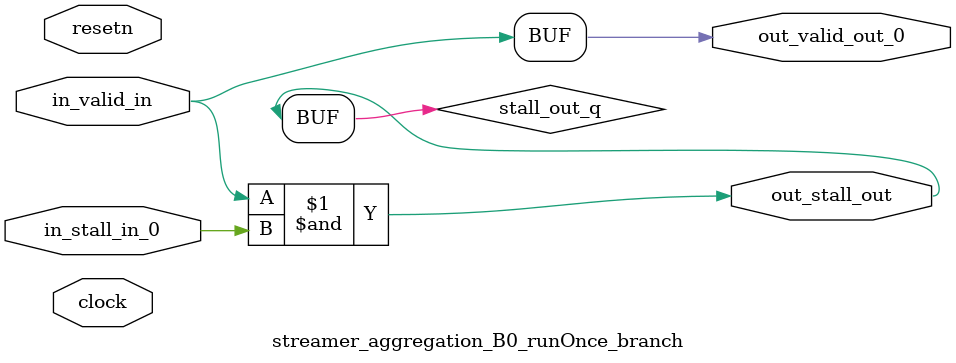
<source format=sv>



(* altera_attribute = "-name AUTO_SHIFT_REGISTER_RECOGNITION OFF; -name MESSAGE_DISABLE 10036; -name MESSAGE_DISABLE 10037; -name MESSAGE_DISABLE 14130; -name MESSAGE_DISABLE 14320; -name MESSAGE_DISABLE 15400; -name MESSAGE_DISABLE 14130; -name MESSAGE_DISABLE 10036; -name MESSAGE_DISABLE 12020; -name MESSAGE_DISABLE 12030; -name MESSAGE_DISABLE 12010; -name MESSAGE_DISABLE 12110; -name MESSAGE_DISABLE 14320; -name MESSAGE_DISABLE 13410; -name MESSAGE_DISABLE 113007; -name MESSAGE_DISABLE 10958" *)
module streamer_aggregation_B0_runOnce_branch (
    input wire [0:0] in_stall_in_0,
    input wire [0:0] in_valid_in,
    output wire [0:0] out_stall_out,
    output wire [0:0] out_valid_out_0,
    input wire clock,
    input wire resetn
    );

    wire [0:0] stall_out_q;


    // stall_out(LOGICAL,6)
    assign stall_out_q = in_valid_in & in_stall_in_0;

    // out_stall_out(GPOUT,4)
    assign out_stall_out = stall_out_q;

    // out_valid_out_0(GPOUT,5)
    assign out_valid_out_0 = in_valid_in;

endmodule

</source>
